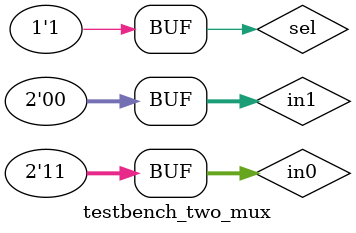
<source format=v>
`timescale 1ns / 1ps


module testbench_two_mux(

    );
    reg sel;
    reg [1:0] in0 = 3;
    reg [1:0] in1 = 0;
    wire [1:0] out;
    two_to_one_mux #(.WIDTH(2)) uut (.sel(sel), .in0(in0), .in1(in1), .out(out));
    
    initial begin
        sel = 0;
        #10;
        sel = 1;
        #10;
    end
endmodule

</source>
